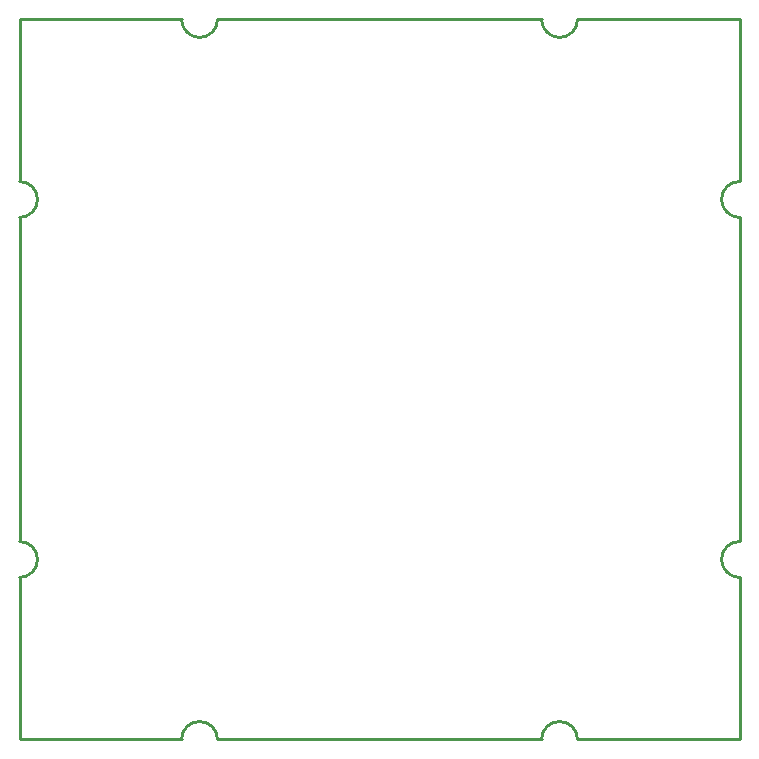
<source format=gm1>
G04 #@! TF.FileFunction,Profile,NP*
%FSLAX46Y46*%
G04 Gerber Fmt 4.6, Leading zero omitted, Abs format (unit mm)*
G04 Created by KiCad (PCBNEW 4.0.1-3.201512221401+6198~38~ubuntu15.10.1-stable) date Wed Feb 24 00:02:00 2016*
%MOMM*%
G01*
G04 APERTURE LIST*
%ADD10C,0.152400*%
%ADD11C,0.254000*%
G04 APERTURE END LIST*
D10*
D11*
X44196000Y0D02*
X16764000Y0D01*
X60960000Y0D02*
X47244000Y0D01*
X60960000Y13716000D02*
X60960000Y0D01*
X60960000Y44196000D02*
X60960000Y16764000D01*
X60960000Y60960000D02*
X60960000Y47244000D01*
X47244000Y60960000D02*
X60960000Y60960000D01*
X16764000Y60960000D02*
X44196000Y60960000D01*
X0Y60960000D02*
X13716000Y60960000D01*
X0Y47244000D02*
X0Y60960000D01*
X0Y16764000D02*
X0Y44196000D01*
X0Y0D02*
X0Y13716000D01*
X13716000Y0D02*
X0Y0D01*
X60960000Y16764000D02*
G75*
G03X59436000Y15240000I0J-1524000D01*
G01*
X59436000Y15240000D02*
G75*
G03X60960000Y13716000I1524000J0D01*
G01*
X60960000Y47244000D02*
G75*
G03X59436000Y45720000I0J-1524000D01*
G01*
X59436000Y45720000D02*
G75*
G03X60960000Y44196000I1524000J0D01*
G01*
X44196000Y60960000D02*
G75*
G03X45720000Y59436000I1524000J0D01*
G01*
X45720000Y59436000D02*
G75*
G03X47244000Y60960000I0J1524000D01*
G01*
X13716000Y60960000D02*
G75*
G03X15240000Y59436000I1524000J0D01*
G01*
X15240000Y59436000D02*
G75*
G03X16764000Y60960000I0J1524000D01*
G01*
X0Y44196000D02*
G75*
G03X1524000Y45720000I0J1524000D01*
G01*
X1524000Y45720000D02*
G75*
G03X0Y47244000I-1524000J0D01*
G01*
X0Y13716000D02*
G75*
G03X1524000Y15240000I0J1524000D01*
G01*
X1524000Y15240000D02*
G75*
G03X0Y16764000I-1524000J0D01*
G01*
X16764000Y0D02*
G75*
G03X15240000Y1524000I-1524000J0D01*
G01*
X15240000Y1524000D02*
G75*
G03X13716000Y0I0J-1524000D01*
G01*
X45720000Y1524000D02*
G75*
G03X44196000Y0I0J-1524000D01*
G01*
X47244000Y0D02*
G75*
G03X45720000Y1524000I-1524000J0D01*
G01*
M02*

</source>
